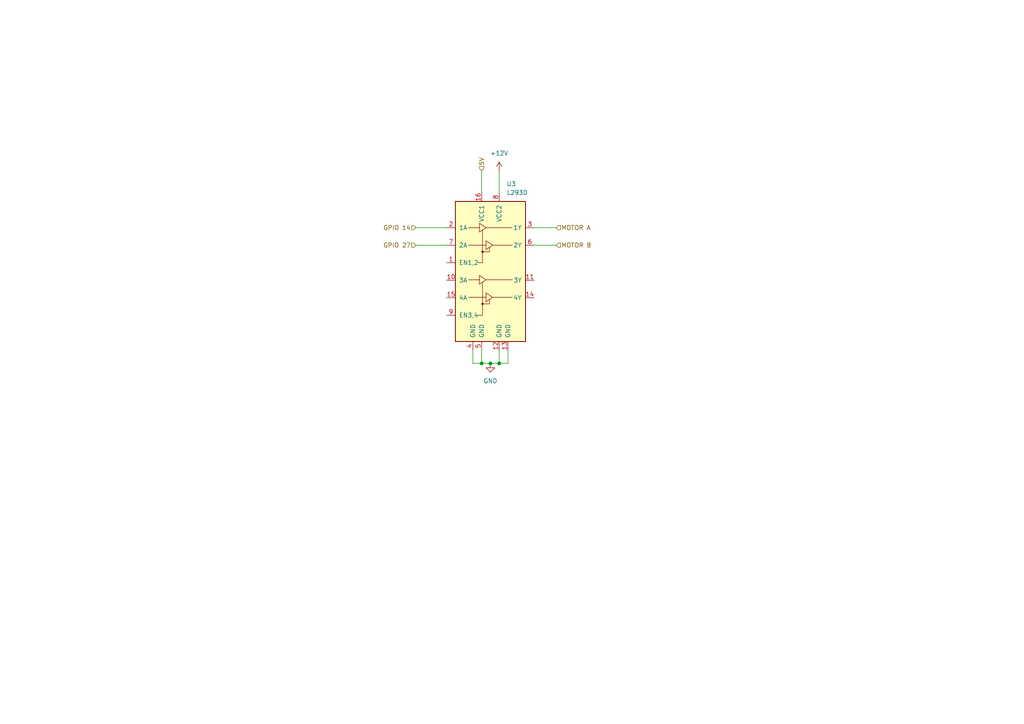
<source format=kicad_sch>
(kicad_sch
	(version 20250114)
	(generator "eeschema")
	(generator_version "9.0")
	(uuid "b8f376a2-8584-48dd-bcd5-72bf1719bb0e")
	(paper "A4")
	(lib_symbols
		(symbol "Driver_Motor:L293D"
			(pin_names
				(offset 1.016)
			)
			(exclude_from_sim no)
			(in_bom yes)
			(on_board yes)
			(property "Reference" "U"
				(at -5.08 26.035 0)
				(effects
					(font
						(size 1.27 1.27)
					)
					(justify right)
				)
			)
			(property "Value" "L293D"
				(at -5.08 24.13 0)
				(effects
					(font
						(size 1.27 1.27)
					)
					(justify right)
				)
			)
			(property "Footprint" "Package_DIP:DIP-16_W7.62mm"
				(at 6.35 -19.05 0)
				(effects
					(font
						(size 1.27 1.27)
					)
					(justify left)
					(hide yes)
				)
			)
			(property "Datasheet" "http://www.ti.com/lit/ds/symlink/l293.pdf"
				(at -7.62 17.78 0)
				(effects
					(font
						(size 1.27 1.27)
					)
					(hide yes)
				)
			)
			(property "Description" "Quadruple Half-H Drivers"
				(at 0 0 0)
				(effects
					(font
						(size 1.27 1.27)
					)
					(hide yes)
				)
			)
			(property "ki_keywords" "Half-H Driver Motor"
				(at 0 0 0)
				(effects
					(font
						(size 1.27 1.27)
					)
					(hide yes)
				)
			)
			(property "ki_fp_filters" "DIP*W7.62mm*"
				(at 0 0 0)
				(effects
					(font
						(size 1.27 1.27)
					)
					(hide yes)
				)
			)
			(symbol "L293D_0_1"
				(rectangle
					(start -10.16 22.86)
					(end 10.16 -17.78)
					(stroke
						(width 0.254)
						(type default)
					)
					(fill
						(type background)
					)
				)
				(polyline
					(pts
						(xy -6.35 15.24) (xy -3.175 15.24)
					)
					(stroke
						(width 0)
						(type default)
					)
					(fill
						(type none)
					)
				)
				(polyline
					(pts
						(xy -6.35 10.16) (xy -1.27 10.16)
					)
					(stroke
						(width 0)
						(type default)
					)
					(fill
						(type none)
					)
				)
				(polyline
					(pts
						(xy -6.35 0.127) (xy -3.175 0.127)
					)
					(stroke
						(width 0)
						(type default)
					)
					(fill
						(type none)
					)
				)
				(polyline
					(pts
						(xy -6.35 -4.953) (xy -1.27 -4.953)
					)
					(stroke
						(width 0)
						(type default)
					)
					(fill
						(type none)
					)
				)
				(polyline
					(pts
						(xy -3.175 16.51) (xy -3.175 13.97) (xy -1.27 15.24) (xy -3.175 16.51)
					)
					(stroke
						(width 0)
						(type default)
					)
					(fill
						(type none)
					)
				)
				(polyline
					(pts
						(xy -3.175 1.397) (xy -3.175 -1.143) (xy -1.27 0.127) (xy -3.175 1.397)
					)
					(stroke
						(width 0)
						(type default)
					)
					(fill
						(type none)
					)
				)
				(polyline
					(pts
						(xy -2.286 14.478) (xy -2.286 5.08) (xy -3.556 5.08)
					)
					(stroke
						(width 0)
						(type default)
					)
					(fill
						(type none)
					)
				)
				(circle
					(center -2.286 8.255)
					(radius 0.254)
					(stroke
						(width 0)
						(type default)
					)
					(fill
						(type outline)
					)
				)
				(polyline
					(pts
						(xy -2.286 8.255) (xy -0.254 8.255) (xy -0.254 9.525)
					)
					(stroke
						(width 0)
						(type default)
					)
					(fill
						(type none)
					)
				)
				(polyline
					(pts
						(xy -2.286 -0.635) (xy -2.286 -10.16) (xy -3.556 -10.16)
					)
					(stroke
						(width 0)
						(type default)
					)
					(fill
						(type none)
					)
				)
				(circle
					(center -2.286 -6.858)
					(radius 0.254)
					(stroke
						(width 0)
						(type default)
					)
					(fill
						(type outline)
					)
				)
				(polyline
					(pts
						(xy -2.286 -6.858) (xy -0.254 -6.858) (xy -0.254 -5.588)
					)
					(stroke
						(width 0)
						(type default)
					)
					(fill
						(type none)
					)
				)
				(polyline
					(pts
						(xy -1.27 15.24) (xy 6.35 15.24)
					)
					(stroke
						(width 0)
						(type default)
					)
					(fill
						(type none)
					)
				)
				(polyline
					(pts
						(xy -1.27 11.43) (xy -1.27 8.89) (xy 0.635 10.16) (xy -1.27 11.43)
					)
					(stroke
						(width 0)
						(type default)
					)
					(fill
						(type none)
					)
				)
				(polyline
					(pts
						(xy -1.27 0.127) (xy 6.35 0.127)
					)
					(stroke
						(width 0)
						(type default)
					)
					(fill
						(type none)
					)
				)
				(polyline
					(pts
						(xy -1.27 -3.683) (xy -1.27 -6.223) (xy 0.635 -4.953) (xy -1.27 -3.683)
					)
					(stroke
						(width 0)
						(type default)
					)
					(fill
						(type none)
					)
				)
				(polyline
					(pts
						(xy 0.635 10.16) (xy 6.35 10.16)
					)
					(stroke
						(width 0)
						(type default)
					)
					(fill
						(type none)
					)
				)
				(polyline
					(pts
						(xy 0.635 -4.953) (xy 6.35 -4.953)
					)
					(stroke
						(width 0)
						(type default)
					)
					(fill
						(type none)
					)
				)
			)
			(symbol "L293D_1_1"
				(pin input line
					(at -12.7 15.24 0)
					(length 2.54)
					(name "1A"
						(effects
							(font
								(size 1.27 1.27)
							)
						)
					)
					(number "2"
						(effects
							(font
								(size 1.27 1.27)
							)
						)
					)
				)
				(pin input line
					(at -12.7 10.16 0)
					(length 2.54)
					(name "2A"
						(effects
							(font
								(size 1.27 1.27)
							)
						)
					)
					(number "7"
						(effects
							(font
								(size 1.27 1.27)
							)
						)
					)
				)
				(pin input line
					(at -12.7 5.08 0)
					(length 2.54)
					(name "EN1,2"
						(effects
							(font
								(size 1.27 1.27)
							)
						)
					)
					(number "1"
						(effects
							(font
								(size 1.27 1.27)
							)
						)
					)
				)
				(pin input line
					(at -12.7 0 0)
					(length 2.54)
					(name "3A"
						(effects
							(font
								(size 1.27 1.27)
							)
						)
					)
					(number "10"
						(effects
							(font
								(size 1.27 1.27)
							)
						)
					)
				)
				(pin input line
					(at -12.7 -5.08 0)
					(length 2.54)
					(name "4A"
						(effects
							(font
								(size 1.27 1.27)
							)
						)
					)
					(number "15"
						(effects
							(font
								(size 1.27 1.27)
							)
						)
					)
				)
				(pin input line
					(at -12.7 -10.16 0)
					(length 2.54)
					(name "EN3,4"
						(effects
							(font
								(size 1.27 1.27)
							)
						)
					)
					(number "9"
						(effects
							(font
								(size 1.27 1.27)
							)
						)
					)
				)
				(pin power_in line
					(at -5.08 -20.32 90)
					(length 2.54)
					(name "GND"
						(effects
							(font
								(size 1.27 1.27)
							)
						)
					)
					(number "4"
						(effects
							(font
								(size 1.27 1.27)
							)
						)
					)
				)
				(pin power_in line
					(at -2.54 25.4 270)
					(length 2.54)
					(name "VCC1"
						(effects
							(font
								(size 1.27 1.27)
							)
						)
					)
					(number "16"
						(effects
							(font
								(size 1.27 1.27)
							)
						)
					)
				)
				(pin power_in line
					(at -2.54 -20.32 90)
					(length 2.54)
					(name "GND"
						(effects
							(font
								(size 1.27 1.27)
							)
						)
					)
					(number "5"
						(effects
							(font
								(size 1.27 1.27)
							)
						)
					)
				)
				(pin power_in line
					(at 2.54 25.4 270)
					(length 2.54)
					(name "VCC2"
						(effects
							(font
								(size 1.27 1.27)
							)
						)
					)
					(number "8"
						(effects
							(font
								(size 1.27 1.27)
							)
						)
					)
				)
				(pin power_in line
					(at 2.54 -20.32 90)
					(length 2.54)
					(name "GND"
						(effects
							(font
								(size 1.27 1.27)
							)
						)
					)
					(number "12"
						(effects
							(font
								(size 1.27 1.27)
							)
						)
					)
				)
				(pin power_in line
					(at 5.08 -20.32 90)
					(length 2.54)
					(name "GND"
						(effects
							(font
								(size 1.27 1.27)
							)
						)
					)
					(number "13"
						(effects
							(font
								(size 1.27 1.27)
							)
						)
					)
				)
				(pin output line
					(at 12.7 15.24 180)
					(length 2.54)
					(name "1Y"
						(effects
							(font
								(size 1.27 1.27)
							)
						)
					)
					(number "3"
						(effects
							(font
								(size 1.27 1.27)
							)
						)
					)
				)
				(pin output line
					(at 12.7 10.16 180)
					(length 2.54)
					(name "2Y"
						(effects
							(font
								(size 1.27 1.27)
							)
						)
					)
					(number "6"
						(effects
							(font
								(size 1.27 1.27)
							)
						)
					)
				)
				(pin output line
					(at 12.7 0 180)
					(length 2.54)
					(name "3Y"
						(effects
							(font
								(size 1.27 1.27)
							)
						)
					)
					(number "11"
						(effects
							(font
								(size 1.27 1.27)
							)
						)
					)
				)
				(pin output line
					(at 12.7 -5.08 180)
					(length 2.54)
					(name "4Y"
						(effects
							(font
								(size 1.27 1.27)
							)
						)
					)
					(number "14"
						(effects
							(font
								(size 1.27 1.27)
							)
						)
					)
				)
			)
			(embedded_fonts no)
		)
		(symbol "power:+12V"
			(power)
			(pin_numbers
				(hide yes)
			)
			(pin_names
				(offset 0)
				(hide yes)
			)
			(exclude_from_sim no)
			(in_bom yes)
			(on_board yes)
			(property "Reference" "#PWR"
				(at 0 -3.81 0)
				(effects
					(font
						(size 1.27 1.27)
					)
					(hide yes)
				)
			)
			(property "Value" "+12V"
				(at 0 3.556 0)
				(effects
					(font
						(size 1.27 1.27)
					)
				)
			)
			(property "Footprint" ""
				(at 0 0 0)
				(effects
					(font
						(size 1.27 1.27)
					)
					(hide yes)
				)
			)
			(property "Datasheet" ""
				(at 0 0 0)
				(effects
					(font
						(size 1.27 1.27)
					)
					(hide yes)
				)
			)
			(property "Description" "Power symbol creates a global label with name \"+12V\""
				(at 0 0 0)
				(effects
					(font
						(size 1.27 1.27)
					)
					(hide yes)
				)
			)
			(property "ki_keywords" "global power"
				(at 0 0 0)
				(effects
					(font
						(size 1.27 1.27)
					)
					(hide yes)
				)
			)
			(symbol "+12V_0_1"
				(polyline
					(pts
						(xy -0.762 1.27) (xy 0 2.54)
					)
					(stroke
						(width 0)
						(type default)
					)
					(fill
						(type none)
					)
				)
				(polyline
					(pts
						(xy 0 2.54) (xy 0.762 1.27)
					)
					(stroke
						(width 0)
						(type default)
					)
					(fill
						(type none)
					)
				)
				(polyline
					(pts
						(xy 0 0) (xy 0 2.54)
					)
					(stroke
						(width 0)
						(type default)
					)
					(fill
						(type none)
					)
				)
			)
			(symbol "+12V_1_1"
				(pin power_in line
					(at 0 0 90)
					(length 0)
					(name "~"
						(effects
							(font
								(size 1.27 1.27)
							)
						)
					)
					(number "1"
						(effects
							(font
								(size 1.27 1.27)
							)
						)
					)
				)
			)
			(embedded_fonts no)
		)
		(symbol "power:GND"
			(power)
			(pin_numbers
				(hide yes)
			)
			(pin_names
				(offset 0)
				(hide yes)
			)
			(exclude_from_sim no)
			(in_bom yes)
			(on_board yes)
			(property "Reference" "#PWR"
				(at 0 -6.35 0)
				(effects
					(font
						(size 1.27 1.27)
					)
					(hide yes)
				)
			)
			(property "Value" "GND"
				(at 0 -3.81 0)
				(effects
					(font
						(size 1.27 1.27)
					)
				)
			)
			(property "Footprint" ""
				(at 0 0 0)
				(effects
					(font
						(size 1.27 1.27)
					)
					(hide yes)
				)
			)
			(property "Datasheet" ""
				(at 0 0 0)
				(effects
					(font
						(size 1.27 1.27)
					)
					(hide yes)
				)
			)
			(property "Description" "Power symbol creates a global label with name \"GND\" , ground"
				(at 0 0 0)
				(effects
					(font
						(size 1.27 1.27)
					)
					(hide yes)
				)
			)
			(property "ki_keywords" "global power"
				(at 0 0 0)
				(effects
					(font
						(size 1.27 1.27)
					)
					(hide yes)
				)
			)
			(symbol "GND_0_1"
				(polyline
					(pts
						(xy 0 0) (xy 0 -1.27) (xy 1.27 -1.27) (xy 0 -2.54) (xy -1.27 -1.27) (xy 0 -1.27)
					)
					(stroke
						(width 0)
						(type default)
					)
					(fill
						(type none)
					)
				)
			)
			(symbol "GND_1_1"
				(pin power_in line
					(at 0 0 270)
					(length 0)
					(name "~"
						(effects
							(font
								(size 1.27 1.27)
							)
						)
					)
					(number "1"
						(effects
							(font
								(size 1.27 1.27)
							)
						)
					)
				)
			)
			(embedded_fonts no)
		)
	)
	(junction
		(at 139.7 105.41)
		(diameter 0)
		(color 0 0 0 0)
		(uuid "0bc3d5a6-ff90-46ff-b3e8-c7c0154ad341")
	)
	(junction
		(at 142.24 105.41)
		(diameter 0)
		(color 0 0 0 0)
		(uuid "c8de154c-34de-43e1-9654-2b8bc07d59b8")
	)
	(junction
		(at 144.78 105.41)
		(diameter 0)
		(color 0 0 0 0)
		(uuid "dceaf7f8-ffbd-4ffc-86e7-7276b999f427")
	)
	(wire
		(pts
			(xy 144.78 101.6) (xy 144.78 105.41)
		)
		(stroke
			(width 0)
			(type default)
		)
		(uuid "1804f4a5-e69d-41ef-bd5c-a7307d124322")
	)
	(wire
		(pts
			(xy 137.16 105.41) (xy 139.7 105.41)
		)
		(stroke
			(width 0)
			(type default)
		)
		(uuid "19a754dd-17c8-48c4-82cc-32260b1aa72f")
	)
	(wire
		(pts
			(xy 139.7 49.53) (xy 139.7 55.88)
		)
		(stroke
			(width 0)
			(type default)
		)
		(uuid "430afe61-0b5c-41f6-9756-aac59462d67d")
	)
	(wire
		(pts
			(xy 139.7 105.41) (xy 142.24 105.41)
		)
		(stroke
			(width 0)
			(type default)
		)
		(uuid "4ae799dd-3fdc-427c-beaf-da3649268a1d")
	)
	(wire
		(pts
			(xy 154.94 66.04) (xy 161.29 66.04)
		)
		(stroke
			(width 0)
			(type default)
		)
		(uuid "575fdcc7-b949-4c83-abe3-ad3629644a9c")
	)
	(wire
		(pts
			(xy 142.24 105.41) (xy 144.78 105.41)
		)
		(stroke
			(width 0)
			(type default)
		)
		(uuid "62ebb871-4fb7-4ff5-9492-e13a223caf34")
	)
	(wire
		(pts
			(xy 137.16 101.6) (xy 137.16 105.41)
		)
		(stroke
			(width 0)
			(type default)
		)
		(uuid "85bb1112-0c05-409c-954a-3e5a4d71d9d0")
	)
	(wire
		(pts
			(xy 120.65 71.12) (xy 129.54 71.12)
		)
		(stroke
			(width 0)
			(type default)
		)
		(uuid "a3755b0f-eb72-4d96-9913-626625c88057")
	)
	(wire
		(pts
			(xy 144.78 49.53) (xy 144.78 55.88)
		)
		(stroke
			(width 0)
			(type default)
		)
		(uuid "aa024e43-b1d0-4210-9291-6a8245ed374f")
	)
	(wire
		(pts
			(xy 154.94 71.12) (xy 161.29 71.12)
		)
		(stroke
			(width 0)
			(type default)
		)
		(uuid "ac16eddf-6fca-4081-802c-c9bf0846cf3e")
	)
	(wire
		(pts
			(xy 144.78 105.41) (xy 147.32 105.41)
		)
		(stroke
			(width 0)
			(type default)
		)
		(uuid "c0674467-8f7a-4e94-bb70-577ae22ac690")
	)
	(wire
		(pts
			(xy 120.65 66.04) (xy 129.54 66.04)
		)
		(stroke
			(width 0)
			(type default)
		)
		(uuid "ce775334-20fc-4cba-97b5-05214095dc98")
	)
	(wire
		(pts
			(xy 139.7 101.6) (xy 139.7 105.41)
		)
		(stroke
			(width 0)
			(type default)
		)
		(uuid "e401c971-dd1d-443d-b1ba-e386a73de52c")
	)
	(wire
		(pts
			(xy 147.32 101.6) (xy 147.32 105.41)
		)
		(stroke
			(width 0)
			(type default)
		)
		(uuid "ef1e035b-47b8-4c5d-b1af-9f38aa4abba5")
	)
	(hierarchical_label "MOTOR A"
		(shape input)
		(at 161.29 66.04 0)
		(effects
			(font
				(size 1.27 1.27)
			)
			(justify left)
		)
		(uuid "438861e6-d4d0-47d5-a78c-ee9198d93900")
	)
	(hierarchical_label "5V"
		(shape input)
		(at 139.7 49.53 90)
		(effects
			(font
				(size 1.27 1.27)
			)
			(justify left)
		)
		(uuid "7a5ff51f-539a-4e65-bc27-ebe458b6bc86")
	)
	(hierarchical_label "MOTOR B"
		(shape input)
		(at 161.29 71.12 0)
		(effects
			(font
				(size 1.27 1.27)
			)
			(justify left)
		)
		(uuid "8ba32885-5480-4412-b13d-db58c87e2aa3")
	)
	(hierarchical_label "GPIO 27"
		(shape input)
		(at 120.65 71.12 180)
		(effects
			(font
				(size 1.27 1.27)
			)
			(justify right)
		)
		(uuid "a2260ad8-59aa-4082-bbba-45fbbbafb782")
	)
	(hierarchical_label "GPIO 14"
		(shape input)
		(at 120.65 66.04 180)
		(effects
			(font
				(size 1.27 1.27)
			)
			(justify right)
		)
		(uuid "a7ab79c8-ab6c-4d61-b6ce-f62c8fae9532")
	)
	(symbol
		(lib_id "Driver_Motor:L293D")
		(at 142.24 81.28 0)
		(unit 1)
		(exclude_from_sim no)
		(in_bom yes)
		(on_board yes)
		(dnp no)
		(fields_autoplaced yes)
		(uuid "08b2058b-dc01-4218-b486-5f8384e45775")
		(property "Reference" "U3"
			(at 146.9233 53.34 0)
			(effects
				(font
					(size 1.27 1.27)
				)
				(justify left)
			)
		)
		(property "Value" "L293D"
			(at 146.9233 55.88 0)
			(effects
				(font
					(size 1.27 1.27)
				)
				(justify left)
			)
		)
		(property "Footprint" "Package_DIP:DIP-16_W7.62mm"
			(at 148.59 100.33 0)
			(effects
				(font
					(size 1.27 1.27)
				)
				(justify left)
				(hide yes)
			)
		)
		(property "Datasheet" "http://www.ti.com/lit/ds/symlink/l293.pdf"
			(at 134.62 63.5 0)
			(effects
				(font
					(size 1.27 1.27)
				)
				(hide yes)
			)
		)
		(property "Description" "Quadruple Half-H Drivers"
			(at 142.24 81.28 0)
			(effects
				(font
					(size 1.27 1.27)
				)
				(hide yes)
			)
		)
		(pin "16"
			(uuid "25549fc1-bddf-4a34-8305-28ebeae6d3a7")
		)
		(pin "12"
			(uuid "6c9c8d82-5472-40a7-8d10-9e2eb4fd5baf")
		)
		(pin "7"
			(uuid "e8940712-5c14-4285-ae34-ac62a55c0da3")
		)
		(pin "9"
			(uuid "a2c47d52-8d10-4df6-9fed-d544283e74a6")
		)
		(pin "4"
			(uuid "35664743-2ef8-456c-b063-be2363fed577")
		)
		(pin "15"
			(uuid "e6588ded-6fe9-45ce-bc6f-cc6854dd3ee2")
		)
		(pin "5"
			(uuid "9ddc841d-a334-4229-92d0-0d31eacccbb3")
		)
		(pin "2"
			(uuid "4169ba69-c064-48a8-9492-2633c14dfd02")
		)
		(pin "10"
			(uuid "efc02724-94e2-439f-89ea-41cc2ed9e95a")
		)
		(pin "1"
			(uuid "0d7dd01a-5dd6-4291-a99a-b7c590e1bbe8")
		)
		(pin "8"
			(uuid "39f2fa55-304d-4e12-9389-0b2b10b4627d")
		)
		(pin "3"
			(uuid "16bd2b54-12de-417a-ae8a-d9b9c3c1697d")
		)
		(pin "14"
			(uuid "75c294e9-6bf4-4335-bd01-b3cbb239483e")
		)
		(pin "13"
			(uuid "511e959c-aef4-4147-b102-c1cfde7be567")
		)
		(pin "11"
			(uuid "18dc45ef-316f-4d37-87c6-4978117d9534")
		)
		(pin "6"
			(uuid "310e819f-8bab-452d-8f9f-eb65069536d1")
		)
		(instances
			(project "Mano"
				(path "/6a2a9fca-79fe-498d-bfd5-926b250faf65/280e6bf0-7e20-4f19-86d2-dbb487803ee9/a7b96772-7640-474b-9e2c-fe7c0b573420"
					(reference "U3")
					(unit 1)
				)
			)
		)
	)
	(symbol
		(lib_id "power:+12V")
		(at 144.78 49.53 0)
		(unit 1)
		(exclude_from_sim no)
		(in_bom yes)
		(on_board yes)
		(dnp no)
		(fields_autoplaced yes)
		(uuid "193eccd4-b4f6-4983-ab02-c6c1535b38f6")
		(property "Reference" "#PWR013"
			(at 144.78 53.34 0)
			(effects
				(font
					(size 1.27 1.27)
				)
				(hide yes)
			)
		)
		(property "Value" "+12V"
			(at 144.78 44.45 0)
			(effects
				(font
					(size 1.27 1.27)
				)
			)
		)
		(property "Footprint" ""
			(at 144.78 49.53 0)
			(effects
				(font
					(size 1.27 1.27)
				)
				(hide yes)
			)
		)
		(property "Datasheet" ""
			(at 144.78 49.53 0)
			(effects
				(font
					(size 1.27 1.27)
				)
				(hide yes)
			)
		)
		(property "Description" "Power symbol creates a global label with name \"+12V\""
			(at 144.78 49.53 0)
			(effects
				(font
					(size 1.27 1.27)
				)
				(hide yes)
			)
		)
		(pin "1"
			(uuid "6c46562f-61f9-41e4-9757-ae91ee3c5a3e")
		)
		(instances
			(project "Mano"
				(path "/6a2a9fca-79fe-498d-bfd5-926b250faf65/280e6bf0-7e20-4f19-86d2-dbb487803ee9/a7b96772-7640-474b-9e2c-fe7c0b573420"
					(reference "#PWR013")
					(unit 1)
				)
			)
		)
	)
	(symbol
		(lib_id "power:GND")
		(at 142.24 105.41 0)
		(unit 1)
		(exclude_from_sim no)
		(in_bom yes)
		(on_board yes)
		(dnp no)
		(fields_autoplaced yes)
		(uuid "5635d4ba-0ad6-4c84-9fd3-26899d7c218e")
		(property "Reference" "#PWR012"
			(at 142.24 111.76 0)
			(effects
				(font
					(size 1.27 1.27)
				)
				(hide yes)
			)
		)
		(property "Value" "GND"
			(at 142.24 110.49 0)
			(effects
				(font
					(size 1.27 1.27)
				)
			)
		)
		(property "Footprint" ""
			(at 142.24 105.41 0)
			(effects
				(font
					(size 1.27 1.27)
				)
				(hide yes)
			)
		)
		(property "Datasheet" ""
			(at 142.24 105.41 0)
			(effects
				(font
					(size 1.27 1.27)
				)
				(hide yes)
			)
		)
		(property "Description" "Power symbol creates a global label with name \"GND\" , ground"
			(at 142.24 105.41 0)
			(effects
				(font
					(size 1.27 1.27)
				)
				(hide yes)
			)
		)
		(pin "1"
			(uuid "1e5fa968-bb40-4459-996e-a5a2e2ad999a")
		)
		(instances
			(project "Mano"
				(path "/6a2a9fca-79fe-498d-bfd5-926b250faf65/280e6bf0-7e20-4f19-86d2-dbb487803ee9/a7b96772-7640-474b-9e2c-fe7c0b573420"
					(reference "#PWR012")
					(unit 1)
				)
			)
		)
	)
)

</source>
